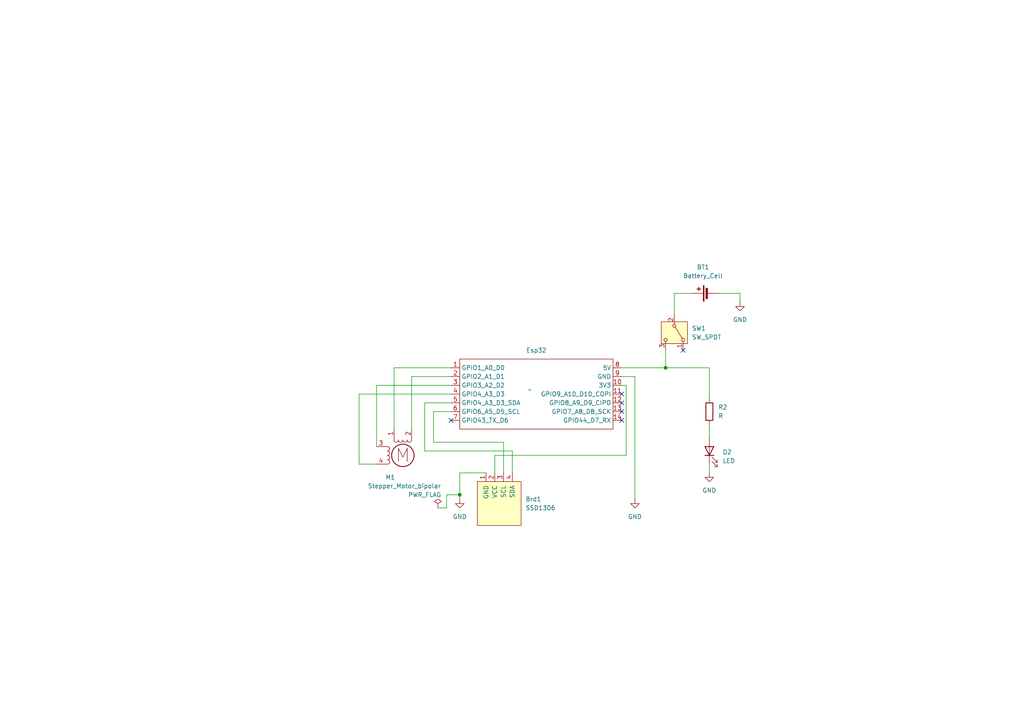
<source format=kicad_sch>
(kicad_sch (version 20230121) (generator eeschema)
  (paper "A4")
  (lib_symbols
    (symbol "Device:Battery_Cell" (pin_numbers hide) (pin_names (offset 0) hide)
      (property "Reference" "BT" (at 2.54 2.54 0))
      (property "Value" "Battery_Cell" (at 2.54 0 0))
      (symbol "Battery_Cell_0_1"
        (rectangle (start -2.286 1.778) (end 2.286 1.524) (fill (type outline)))
        (rectangle (start -1.524 1.016) (end 1.524 0.508) (fill (type outline)))
        (polyline (pts (xy 0 0.762) (xy 0 0)))
        (polyline (pts (xy 0 1.778) (xy 0 2.54)))
        (polyline (pts (xy 0.762 3.048) (xy 1.778 3.048)) (stroke (width 0.254)))
        (polyline (pts (xy 1.27 3.556) (xy 1.27 2.54)) (stroke (width 0.254)))
      )
      (symbol "Battery_Cell_1_1"
        (pin passive line (at 0 5.08 270) (length 2.54) (name "+") (number "1"))
        (pin passive line (at 0 -2.54 90) (length 2.54) (name "-") (number "2"))
      )
    )
    (symbol "Device:LED" (pin_numbers hide) (pin_names (offset 1.016) hide)
      (property "Reference" "D" (at 0 2.54 0))
      (property "Value" "LED" (at 0 -2.54 0))
      (symbol "LED_0_1"
        (polyline (pts (xy -1.27 -1.27) (xy -1.27 1.27)) (stroke (width 0.254)))
        (polyline (pts (xy -1.27 0) (xy 1.27 0)))
        (polyline (pts (xy 1.27 -1.27) (xy 1.27 1.27) (xy -1.27 0) (xy 1.27 -1.27)) (stroke (width 0.254)))
        (polyline (pts (xy -3.048 -0.762) (xy -4.572 -2.286) (xy -3.81 -2.286) (xy -4.572 -2.286) (xy -4.572 -1.524)))
        (polyline (pts (xy -1.778 -0.762) (xy -3.302 -2.286) (xy -2.54 -2.286) (xy -3.302 -2.286) (xy -3.302 -1.524)))
      )
      (symbol "LED_1_1"
        (pin passive line (at -3.81 0 0) (length 2.54) (name "K") (number "1"))
        (pin passive line (at 3.81 0 180) (length 2.54) (name "A") (number "2"))
      )
    )
    (symbol "Device:R" (pin_numbers hide) (pin_names (offset 0))
      (property "Reference" "R" (at 2.032 0 90))
      (property "Value" "R" (at 0 0 90))
      (symbol "R_0_1"
        (rectangle (start -1.016 -2.54) (end 1.016 2.54) (stroke (width 0.254)))
      )
      (symbol "R_1_1"
        (pin passive line (at 0 3.81 270) (length 1.27) (name "~") (number "1"))
        (pin passive line (at 0 -3.81 90) (length 1.27) (name "~") (number "2"))
      )
    )
    (symbol "Motor:Stepper_Motor_bipolar" (pin_names (offset 0) hide)
      (property "Reference" "M" (at 3.81 2.54 0))
      (property "Value" "Stepper_Motor_bipolar" (at 3.81 1.27 0))
      (symbol "Stepper_Motor_bipolar_0_0"
        (polyline (pts (xy -1.27 -1.778) (xy -1.27 2.032) (xy 0 -0.508) (xy 1.27 2.032) (xy 1.27 -1.778)))
      )
      (symbol "Stepper_Motor_bipolar_0_1"
        (arc (start -4.445 -2.54) (mid -3.8127 -1.905) (end -4.445 -1.27))
        (arc (start -4.445 -1.27) (mid -3.8127 -0.635) (end -4.445 0))
        (arc (start -4.445 0) (mid -3.8127 0.635) (end -4.445 1.27))
        (arc (start -4.445 1.27) (mid -3.8127 1.905) (end -4.445 2.54))
        (arc (start -2.54 4.445) (mid -1.905 3.8127) (end -1.27 4.445))
        (arc (start -1.27 4.445) (mid -0.635 3.8127) (end 0 4.445))
        (polyline (pts (xy -5.08 -2.54) (xy -4.445 -2.54)))
        (polyline (pts (xy -5.08 2.54) (xy -4.445 2.54)))
        (polyline (pts (xy -2.54 5.08) (xy -2.54 4.445)))
        (polyline (pts (xy 2.54 5.08) (xy 2.54 4.445)))
        (circle (center 0 0) (radius 3.2512) (stroke (width 0.254)))
        (arc (start 0 4.445) (mid 0.635 3.8127) (end 1.27 4.445))
        (arc (start 1.27 4.445) (mid 1.905 3.8127) (end 2.54 4.445))
      )
      (symbol "Stepper_Motor_bipolar_1_1"
        (pin passive line (at -2.54 7.62 270) (length 2.54) (name "~") (number "1"))
        (pin passive line (at 2.54 7.62 270) (length 2.54) (name "-") (number "2"))
        (pin passive line (at -7.62 2.54 0) (length 2.54) (name "~") (number "3"))
        (pin passive line (at -7.62 -2.54 0) (length 2.54) (name "~") (number "4"))
      )
    )
    (symbol "Official XIAO ESP:XIAO_ESP32_SENSE"
      (property "Reference" "U" (at 0 0 0))
      (symbol "XIAO_ESP32_SENSE_0_1"
        (polyline (pts (xy -20.32 8.89) (xy -20.32 -11.43) (xy 24.13 -11.43) (xy 24.13 8.89) (xy -20.32 8.89)))
      )
      (symbol "XIAO_ESP32_SENSE_1_1"
        (pin bidirectional line (at -22.86 6.35 0) (length 2.54) (name "GPIO1_A0_D0") (number "1"))
        (pin bidirectional line (at 26.67 1.27 180) (length 2.54) (name "3V3") (number "10"))
        (pin bidirectional line (at 26.67 -1.27 180) (length 2.54) (name "GPIO9_A10_D10_COPI") (number "11"))
        (pin bidirectional line (at 26.67 -3.81 180) (length 2.54) (name "GPIO8_A9_D9_CIPO") (number "12"))
        (pin bidirectional line (at 26.67 -6.35 180) (length 2.54) (name "GPIO7_A8_D8_SCK") (number "13"))
        (pin bidirectional line (at 26.67 -8.89 180) (length 2.54) (name "GPIO44_D7_RX") (number "14"))
        (pin bidirectional line (at -22.86 3.81 0) (length 2.54) (name "GPIO2_A1_D1") (number "2"))
        (pin bidirectional line (at -22.86 1.27 0) (length 2.54) (name "GPIO3_A2_D2") (number "3"))
        (pin bidirectional line (at -22.86 -1.27 0) (length 2.54) (name "GPIO4_A3_D3") (number "4"))
        (pin bidirectional line (at -22.86 -3.81 0) (length 2.54) (name "GPIO4_A3_D3_SDA") (number "5"))
        (pin bidirectional line (at -22.86 -6.35 0) (length 2.54) (name "GPIO6_A5_D5_SCL") (number "6"))
        (pin bidirectional line (at -22.86 -8.89 0) (length 2.54) (name "GPIO43_TX_D6") (number "7"))
        (pin bidirectional line (at 26.67 6.35 180) (length 2.54) (name "5V") (number "8"))
        (pin bidirectional line (at 26.67 3.81 180) (length 2.54) (name "GND") (number "9"))
      )
    )
    (symbol "Switch:SW_SPDT" (pin_names (offset 0) hide)
      (property "Reference" "SW" (at 0 5.08 0))
      (property "Value" "SW_SPDT" (at 0 -5.08 0))
      (symbol "SW_SPDT_0_1"
        (circle (center -2.032 0) (radius 0.4572))
        (polyline (pts (xy -1.651 0.254) (xy 1.651 2.286)))
        (circle (center 2.032 -2.54) (radius 0.4572))
        (circle (center 2.032 2.54) (radius 0.4572))
      )
      (symbol "SW_SPDT_1_1"
        (rectangle (start -3.175 3.81) (end 3.175 -3.81) (fill (type background)))
        (pin passive line (at 5.08 2.54 180) (length 2.54) (name "A") (number "1"))
        (pin passive line (at -5.08 0 0) (length 2.54) (name "B") (number "2"))
        (pin passive line (at 5.08 -2.54 180) (length 2.54) (name "C") (number "3"))
      )
    )
    (symbol "power:GND" (power) (pin_names (offset 0))
      (property "Value" "GND" (at 0 -3.81 0))
      (symbol "GND_0_1"
        (polyline (pts (xy 0 0) (xy 0 -1.27) (xy 1.27 -1.27) (xy 0 -2.54) (xy -1.27 -1.27) (xy 0 -1.27)))
      )
      (symbol "GND_1_1"
        (pin power_in line (at 0 0 270) (length 0) hide (name "GND") (number "1"))
      )
    )
    (symbol "power:PWR_FLAG" (power) (pin_numbers hide) (pin_names (offset 0) hide)
      (property "Value" "PWR_FLAG" (at 0 3.81 0))
      (symbol "PWR_FLAG_0_0"
        (pin power_out line (at 0 0 90) (length 0) (name "pwr") (number "1"))
      )
      (symbol "PWR_FLAG_0_1"
        (polyline (pts (xy 0 0) (xy 0 1.27) (xy -1.016 1.905) (xy 0 2.54) (xy 1.016 1.905) (xy 0 1.27)))
      )
    )
    (symbol "ssd1306 oled:SSD1306" (pin_names (offset 1.016))
      (property "Reference" "Brd" (at 0 -3.81 0))
      (property "Value" "SSD1306" (at 0 -1.27 0))
      (symbol "SSD1306_0_1"
        (rectangle (start -6.35 6.35) (end 6.35 -6.35) (fill (type background)))
      )
      (symbol "SSD1306_1_1"
        (pin input line (at -3.81 8.89 270) (length 2.54) (name "GND") (number "1"))
        (pin input line (at -1.27 8.89 270) (length 2.54) (name "VCC") (number "2"))
        (pin input line (at 1.27 8.89 270) (length 2.54) (name "SCL") (number "3"))
        (pin input line (at 3.81 8.89 270) (length 2.54) (name "SDA") (number "4"))
      )
    )
  )
  (junction (at 193.04 106.68))
  (junction (at 133.35 143.51))
  (no_connect (at 180.34 116.84))
  (no_connect (at 180.34 114.3))
  (no_connect (at 180.34 121.92))
  (no_connect (at 198.12 101.6))
  (no_connect (at 130.81 121.92))
  (no_connect (at 180.34 119.38))
  (wire (pts (xy 133.35 143.51) (xy 133.35 144.78)))
  (wire (pts (xy 109.22 129.54) (xy 109.22 111.76)))
  (wire (pts (xy 181.61 111.76) (xy 181.61 132.08)))
  (wire (pts (xy 143.51 132.08) (xy 143.51 137.16)))
  (wire (pts (xy 119.38 124.46) (xy 119.38 109.22)))
  (wire (pts (xy 205.74 115.57) (xy 205.74 106.68)))
  (wire (pts (xy 193.04 106.68) (xy 180.34 106.68)))
  (wire (pts (xy 193.04 101.6) (xy 193.04 106.68)))
  (wire (pts (xy 195.58 85.09) (xy 195.58 91.44)))
  (wire (pts (xy 130.81 116.84) (xy 123.19 116.84)))
  (wire (pts (xy 109.22 111.76) (xy 130.81 111.76)))
  (wire (pts (xy 205.74 134.62) (xy 205.74 137.16)))
  (wire (pts (xy 104.14 134.62) (xy 104.14 114.3)))
  (wire (pts (xy 193.04 106.68) (xy 205.74 106.68)))
  (wire (pts (xy 129.54 143.51) (xy 133.35 143.51)))
  (wire (pts (xy 181.61 132.08) (xy 143.51 132.08)))
  (wire (pts (xy 123.19 116.84) (xy 123.19 130.81)))
  (wire (pts (xy 114.3 106.68) (xy 114.3 124.46)))
  (wire (pts (xy 127 147.32) (xy 129.54 147.32)))
  (wire (pts (xy 123.19 130.81) (xy 148.59 130.81)))
  (wire (pts (xy 180.34 111.76) (xy 181.61 111.76)))
  (wire (pts (xy 205.74 123.19) (xy 205.74 127)))
  (wire (pts (xy 129.54 147.32) (xy 129.54 143.51)))
  (wire (pts (xy 130.81 119.38) (xy 125.73 119.38)))
  (wire (pts (xy 140.97 137.16) (xy 133.35 137.16)))
  (wire (pts (xy 133.35 137.16) (xy 133.35 143.51)))
  (wire (pts (xy 104.14 114.3) (xy 130.81 114.3)))
  (wire (pts (xy 184.15 109.22) (xy 184.15 144.78)))
  (wire (pts (xy 214.63 85.09) (xy 214.63 87.63)))
  (wire (pts (xy 125.73 119.38) (xy 125.73 128.27)))
  (wire (pts (xy 109.22 134.62) (xy 104.14 134.62)))
  (wire (pts (xy 148.59 130.81) (xy 148.59 137.16)))
  (wire (pts (xy 125.73 128.27) (xy 146.05 128.27)))
  (wire (pts (xy 146.05 128.27) (xy 146.05 137.16)))
  (wire (pts (xy 119.38 109.22) (xy 130.81 109.22)))
  (wire (pts (xy 184.15 109.22) (xy 180.34 109.22)))
  (wire (pts (xy 195.58 85.09) (xy 200.66 85.09)))
  (wire (pts (xy 208.28 85.09) (xy 214.63 85.09)))
  (wire (pts (xy 130.81 106.68) (xy 114.3 106.68)))
  (symbol (lib_id "ssd1306 oled:SSD1306") (at 144.78 146.05 0) (unit 1)
    (property "Reference" "Brd1" (at 152.4 144.78 0) (effects (justify left)))
    (property "Value" "SSD1306" (at 152.4 147.32 0) (effects (justify left)))
    (property "Footprint" "demo_ssd1306:128x64OLED" (effects hide))
  )
  (symbol (lib_id "Official XIAO ESP:XIAO_ESP32_SENSE") (at 153.67 113.03 0) (unit 1)
    (property "Reference" "Esp32" (at 155.575 101.6 0))
    (property "Value" "~" (at 153.67 113.03 0))
    (property "Footprint" "demo_xiao:XIAO_ESP32_SENSE" (effects hide))
  )
  (symbol (lib_id "Device:R") (at 205.74 119.38 0) (unit 1)
    (property "Reference" "R2" (at 208.28 118.11 0) (effects (justify left)))
    (property "Value" "R" (at 208.28 120.65 0) (effects (justify left)))
    (property "Footprint" "Resistor_SMD:R_0805_2012Metric_Pad1.20x1.40mm_HandSolder" (effects hide))
  )
  (symbol (lib_id "power:GND") (at 184.15 144.78 0) (unit 1)
    (property "Reference" "#PWR01" (effects hide))
    (property "Value" "GND" (at 184.15 149.86 0))
  )
  (symbol (lib_id "power:GND") (at 205.74 137.16 0) (unit 1)
    (property "Reference" "#PWR03" (effects hide))
    (property "Value" "GND" (at 205.74 142.24 0))
  )
  (symbol (lib_id "Device:Battery_Cell") (at 205.74 85.09 90) (unit 1)
    (property "Reference" "BT1" (at 203.8985 77.47 90))
    (property "Value" "Battery_Cell" (at 203.8985 80.01 90))
    (property "Footprint" "Connector_JST:JST_NV_B02P-NV_1x02_P5.00mm_Vertical" (effects hide))
  )
  (symbol (lib_id "Device:LED") (at 205.74 130.81 90) (unit 1)
    (property "Reference" "D2" (at 209.55 131.1275 90) (effects (justify right)))
    (property "Value" "LED" (at 209.55 133.6675 90) (effects (justify right)))
    (property "Footprint" "LED_SMD:LED_0805_2012Metric_Pad1.15x1.40mm_HandSolder" (effects hide))
  )
  (symbol (lib_id "power:GND") (at 214.63 87.63 0) (unit 1)
    (property "Reference" "#PWR02" (effects hide))
    (property "Value" "GND" (at 214.63 92.71 0))
  )
  (symbol (lib_id "Motor:Stepper_Motor_bipolar") (at 116.84 132.08 0) (unit 1)
    (property "Reference" "M1" (at 111.76 138.43 0) (effects (justify left)))
    (property "Value" "Stepper_Motor_bipolar" (at 106.68 140.97 0) (effects (justify left)))
    (property "Footprint" "demo_motor:x27_stepper" (effects hide))
    (property "Datasheet" "http://www.infineon.com/dgdl/Application-Note-TLE8110EE_driving_UniPolarStepperMotor_V1.1.pdf?fileId=db3a30431be39b97011be5d0aa0a00b0" (effects hide))
  )
  (symbol (lib_id "power:GND") (at 133.35 144.78 0) (unit 1)
    (property "Reference" "#PWR06" (effects hide))
    (property "Value" "GND" (at 133.35 149.86 0))
  )
  (symbol (lib_id "power:PWR_FLAG") (at 127 147.32 0) (unit 1)
    (property "Reference" "#FLG02" (effects hide))
    (property "Value" "PWR_FLAG" (at 123.19 143.51 0))
  )
  (symbol (lib_id "Switch:SW_SPDT") (at 195.58 96.52 270) (unit 1)
    (property "Reference" "SW1" (at 200.66 95.25 90) (effects (justify left)))
    (property "Value" "SW_SPDT" (at 200.66 97.79 90) (effects (justify left)))
    (property "Footprint" "Connector_JST:JST_EH_B3B-EH-A_1x03_P2.50mm_Vertical" (effects hide))
  )
)
</source>
